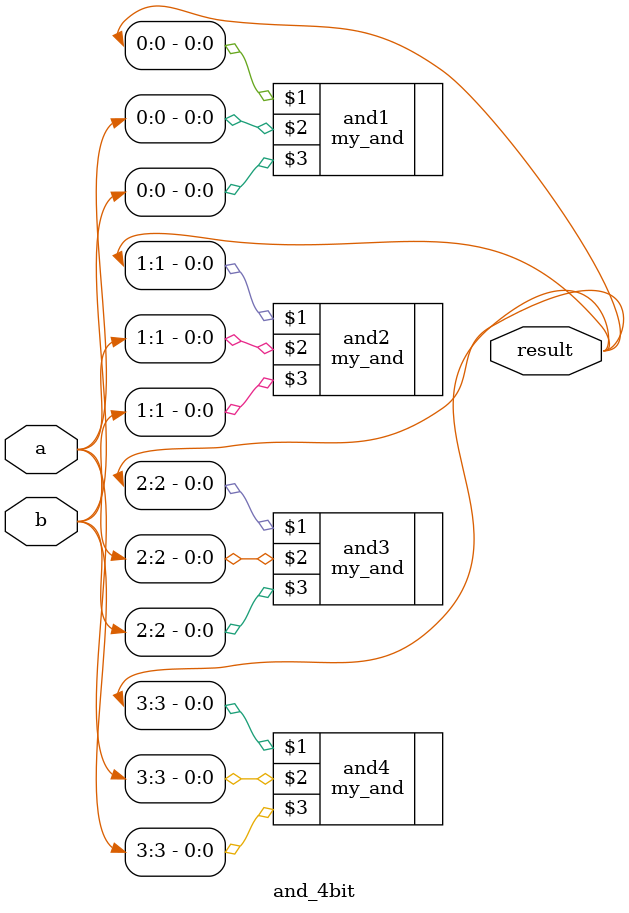
<source format=v>
module and_4bit (output [3:0] result, input [3:0] a, input [3:0] b);
	my_and and1 (result[0], a[0], b[0]);
	my_and and2 (result[1], a[1], b[1]);
	my_and and3 (result[2], a[2], b[2]);
	my_and and4 (result[3], a[3], b[3]);
endmodule 
</source>
